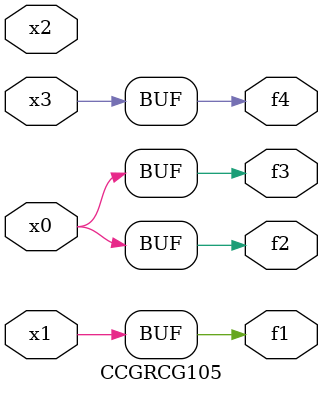
<source format=v>
module CCGRCG105(
	input x0, x1, x2, x3,
	output f1, f2, f3, f4
);
	assign f1 = x1;
	assign f2 = x0;
	assign f3 = x0;
	assign f4 = x3;
endmodule

</source>
